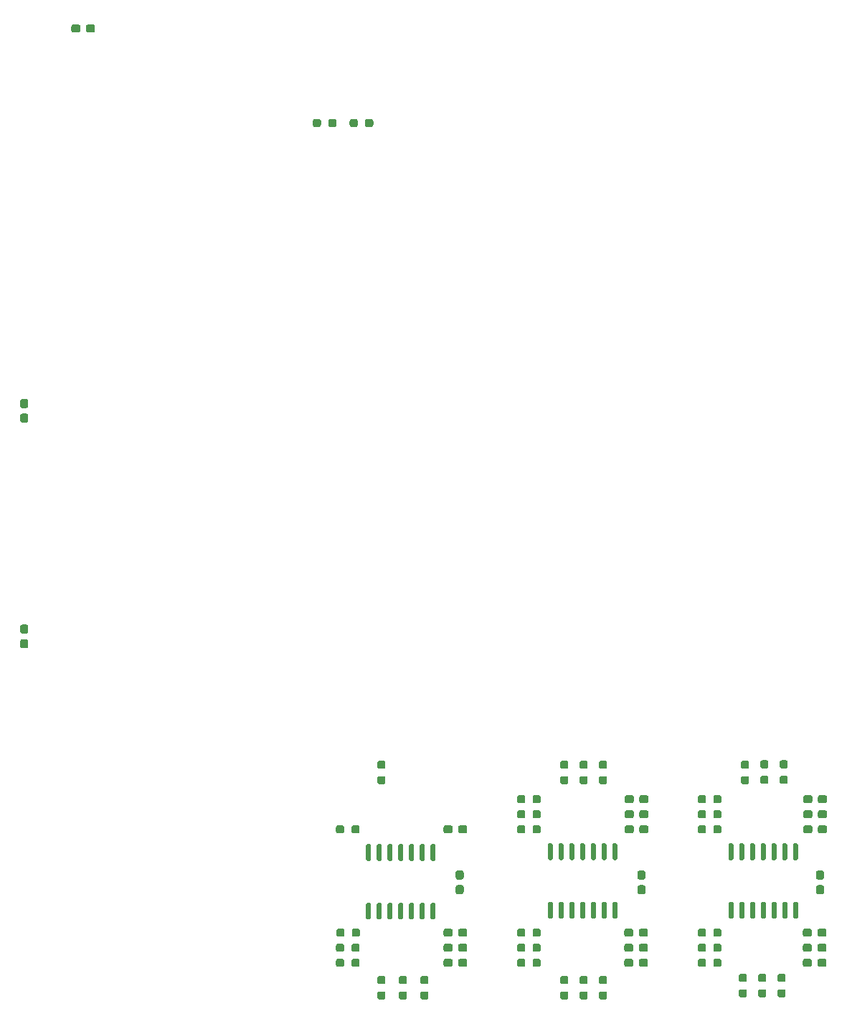
<source format=gbp>
%TF.GenerationSoftware,KiCad,Pcbnew,(5.1.9-0-10_14)*%
%TF.CreationDate,2021-08-05T14:32:20+02:00*%
%TF.ProjectId,MechanicalTheatre,4d656368-616e-4696-9361-6c5468656174,rev?*%
%TF.SameCoordinates,Original*%
%TF.FileFunction,Paste,Bot*%
%TF.FilePolarity,Positive*%
%FSLAX46Y46*%
G04 Gerber Fmt 4.6, Leading zero omitted, Abs format (unit mm)*
G04 Created by KiCad (PCBNEW (5.1.9-0-10_14)) date 2021-08-05 14:32:20*
%MOMM*%
%LPD*%
G01*
G04 APERTURE LIST*
G04 APERTURE END LIST*
%TO.C,U14*%
G36*
G01*
X82982000Y-166231000D02*
X82682000Y-166231000D01*
G75*
G02*
X82532000Y-166081000I0J150000D01*
G01*
X82532000Y-164406000D01*
G75*
G02*
X82682000Y-164256000I150000J0D01*
G01*
X82982000Y-164256000D01*
G75*
G02*
X83132000Y-164406000I0J-150000D01*
G01*
X83132000Y-166081000D01*
G75*
G02*
X82982000Y-166231000I-150000J0D01*
G01*
G37*
G36*
G01*
X81712000Y-166231000D02*
X81412000Y-166231000D01*
G75*
G02*
X81262000Y-166081000I0J150000D01*
G01*
X81262000Y-164406000D01*
G75*
G02*
X81412000Y-164256000I150000J0D01*
G01*
X81712000Y-164256000D01*
G75*
G02*
X81862000Y-164406000I0J-150000D01*
G01*
X81862000Y-166081000D01*
G75*
G02*
X81712000Y-166231000I-150000J0D01*
G01*
G37*
G36*
G01*
X80442000Y-166231000D02*
X80142000Y-166231000D01*
G75*
G02*
X79992000Y-166081000I0J150000D01*
G01*
X79992000Y-164406000D01*
G75*
G02*
X80142000Y-164256000I150000J0D01*
G01*
X80442000Y-164256000D01*
G75*
G02*
X80592000Y-164406000I0J-150000D01*
G01*
X80592000Y-166081000D01*
G75*
G02*
X80442000Y-166231000I-150000J0D01*
G01*
G37*
G36*
G01*
X79172000Y-166231000D02*
X78872000Y-166231000D01*
G75*
G02*
X78722000Y-166081000I0J150000D01*
G01*
X78722000Y-164406000D01*
G75*
G02*
X78872000Y-164256000I150000J0D01*
G01*
X79172000Y-164256000D01*
G75*
G02*
X79322000Y-164406000I0J-150000D01*
G01*
X79322000Y-166081000D01*
G75*
G02*
X79172000Y-166231000I-150000J0D01*
G01*
G37*
G36*
G01*
X77902000Y-166231000D02*
X77602000Y-166231000D01*
G75*
G02*
X77452000Y-166081000I0J150000D01*
G01*
X77452000Y-164406000D01*
G75*
G02*
X77602000Y-164256000I150000J0D01*
G01*
X77902000Y-164256000D01*
G75*
G02*
X78052000Y-164406000I0J-150000D01*
G01*
X78052000Y-166081000D01*
G75*
G02*
X77902000Y-166231000I-150000J0D01*
G01*
G37*
G36*
G01*
X76632000Y-166231000D02*
X76332000Y-166231000D01*
G75*
G02*
X76182000Y-166081000I0J150000D01*
G01*
X76182000Y-164406000D01*
G75*
G02*
X76332000Y-164256000I150000J0D01*
G01*
X76632000Y-164256000D01*
G75*
G02*
X76782000Y-164406000I0J-150000D01*
G01*
X76782000Y-166081000D01*
G75*
G02*
X76632000Y-166231000I-150000J0D01*
G01*
G37*
G36*
G01*
X75362000Y-166231000D02*
X75062000Y-166231000D01*
G75*
G02*
X74912000Y-166081000I0J150000D01*
G01*
X74912000Y-164406000D01*
G75*
G02*
X75062000Y-164256000I150000J0D01*
G01*
X75362000Y-164256000D01*
G75*
G02*
X75512000Y-164406000I0J-150000D01*
G01*
X75512000Y-166081000D01*
G75*
G02*
X75362000Y-166231000I-150000J0D01*
G01*
G37*
G36*
G01*
X75362000Y-173156000D02*
X75062000Y-173156000D01*
G75*
G02*
X74912000Y-173006000I0J150000D01*
G01*
X74912000Y-171331000D01*
G75*
G02*
X75062000Y-171181000I150000J0D01*
G01*
X75362000Y-171181000D01*
G75*
G02*
X75512000Y-171331000I0J-150000D01*
G01*
X75512000Y-173006000D01*
G75*
G02*
X75362000Y-173156000I-150000J0D01*
G01*
G37*
G36*
G01*
X76632000Y-173156000D02*
X76332000Y-173156000D01*
G75*
G02*
X76182000Y-173006000I0J150000D01*
G01*
X76182000Y-171331000D01*
G75*
G02*
X76332000Y-171181000I150000J0D01*
G01*
X76632000Y-171181000D01*
G75*
G02*
X76782000Y-171331000I0J-150000D01*
G01*
X76782000Y-173006000D01*
G75*
G02*
X76632000Y-173156000I-150000J0D01*
G01*
G37*
G36*
G01*
X77902000Y-173156000D02*
X77602000Y-173156000D01*
G75*
G02*
X77452000Y-173006000I0J150000D01*
G01*
X77452000Y-171331000D01*
G75*
G02*
X77602000Y-171181000I150000J0D01*
G01*
X77902000Y-171181000D01*
G75*
G02*
X78052000Y-171331000I0J-150000D01*
G01*
X78052000Y-173006000D01*
G75*
G02*
X77902000Y-173156000I-150000J0D01*
G01*
G37*
G36*
G01*
X79172000Y-173156000D02*
X78872000Y-173156000D01*
G75*
G02*
X78722000Y-173006000I0J150000D01*
G01*
X78722000Y-171331000D01*
G75*
G02*
X78872000Y-171181000I150000J0D01*
G01*
X79172000Y-171181000D01*
G75*
G02*
X79322000Y-171331000I0J-150000D01*
G01*
X79322000Y-173006000D01*
G75*
G02*
X79172000Y-173156000I-150000J0D01*
G01*
G37*
G36*
G01*
X80442000Y-173156000D02*
X80142000Y-173156000D01*
G75*
G02*
X79992000Y-173006000I0J150000D01*
G01*
X79992000Y-171331000D01*
G75*
G02*
X80142000Y-171181000I150000J0D01*
G01*
X80442000Y-171181000D01*
G75*
G02*
X80592000Y-171331000I0J-150000D01*
G01*
X80592000Y-173006000D01*
G75*
G02*
X80442000Y-173156000I-150000J0D01*
G01*
G37*
G36*
G01*
X81712000Y-173156000D02*
X81412000Y-173156000D01*
G75*
G02*
X81262000Y-173006000I0J150000D01*
G01*
X81262000Y-171331000D01*
G75*
G02*
X81412000Y-171181000I150000J0D01*
G01*
X81712000Y-171181000D01*
G75*
G02*
X81862000Y-171331000I0J-150000D01*
G01*
X81862000Y-173006000D01*
G75*
G02*
X81712000Y-173156000I-150000J0D01*
G01*
G37*
G36*
G01*
X82982000Y-173156000D02*
X82682000Y-173156000D01*
G75*
G02*
X82532000Y-173006000I0J150000D01*
G01*
X82532000Y-171331000D01*
G75*
G02*
X82682000Y-171181000I150000J0D01*
G01*
X82982000Y-171181000D01*
G75*
G02*
X83132000Y-171331000I0J-150000D01*
G01*
X83132000Y-173006000D01*
G75*
G02*
X82982000Y-173156000I-150000J0D01*
G01*
G37*
%TD*%
%TO.C,R74*%
G36*
G01*
X72350500Y-162278500D02*
X72350500Y-162753500D01*
G75*
G02*
X72113000Y-162991000I-237500J0D01*
G01*
X71613000Y-162991000D01*
G75*
G02*
X71375500Y-162753500I0J237500D01*
G01*
X71375500Y-162278500D01*
G75*
G02*
X71613000Y-162041000I237500J0D01*
G01*
X72113000Y-162041000D01*
G75*
G02*
X72350500Y-162278500I0J-237500D01*
G01*
G37*
G36*
G01*
X74175500Y-162278500D02*
X74175500Y-162753500D01*
G75*
G02*
X73938000Y-162991000I-237500J0D01*
G01*
X73438000Y-162991000D01*
G75*
G02*
X73200500Y-162753500I0J237500D01*
G01*
X73200500Y-162278500D01*
G75*
G02*
X73438000Y-162041000I237500J0D01*
G01*
X73938000Y-162041000D01*
G75*
G02*
X74175500Y-162278500I0J-237500D01*
G01*
G37*
%TD*%
%TO.C,R73*%
G36*
G01*
X72397500Y-174470500D02*
X72397500Y-174945500D01*
G75*
G02*
X72160000Y-175183000I-237500J0D01*
G01*
X71660000Y-175183000D01*
G75*
G02*
X71422500Y-174945500I0J237500D01*
G01*
X71422500Y-174470500D01*
G75*
G02*
X71660000Y-174233000I237500J0D01*
G01*
X72160000Y-174233000D01*
G75*
G02*
X72397500Y-174470500I0J-237500D01*
G01*
G37*
G36*
G01*
X74222500Y-174470500D02*
X74222500Y-174945500D01*
G75*
G02*
X73985000Y-175183000I-237500J0D01*
G01*
X73485000Y-175183000D01*
G75*
G02*
X73247500Y-174945500I0J237500D01*
G01*
X73247500Y-174470500D01*
G75*
G02*
X73485000Y-174233000I237500J0D01*
G01*
X73985000Y-174233000D01*
G75*
G02*
X74222500Y-174470500I0J-237500D01*
G01*
G37*
%TD*%
%TO.C,R72*%
G36*
G01*
X76973500Y-155383000D02*
X76498500Y-155383000D01*
G75*
G02*
X76261000Y-155145500I0J237500D01*
G01*
X76261000Y-154645500D01*
G75*
G02*
X76498500Y-154408000I237500J0D01*
G01*
X76973500Y-154408000D01*
G75*
G02*
X77211000Y-154645500I0J-237500D01*
G01*
X77211000Y-155145500D01*
G75*
G02*
X76973500Y-155383000I-237500J0D01*
G01*
G37*
G36*
G01*
X76973500Y-157208000D02*
X76498500Y-157208000D01*
G75*
G02*
X76261000Y-156970500I0J237500D01*
G01*
X76261000Y-156470500D01*
G75*
G02*
X76498500Y-156233000I237500J0D01*
G01*
X76973500Y-156233000D01*
G75*
G02*
X77211000Y-156470500I0J-237500D01*
G01*
X77211000Y-156970500D01*
G75*
G02*
X76973500Y-157208000I-237500J0D01*
G01*
G37*
%TD*%
%TO.C,R71*%
G36*
G01*
X76498500Y-181633000D02*
X76973500Y-181633000D01*
G75*
G02*
X77211000Y-181870500I0J-237500D01*
G01*
X77211000Y-182370500D01*
G75*
G02*
X76973500Y-182608000I-237500J0D01*
G01*
X76498500Y-182608000D01*
G75*
G02*
X76261000Y-182370500I0J237500D01*
G01*
X76261000Y-181870500D01*
G75*
G02*
X76498500Y-181633000I237500J0D01*
G01*
G37*
G36*
G01*
X76498500Y-179808000D02*
X76973500Y-179808000D01*
G75*
G02*
X77211000Y-180045500I0J-237500D01*
G01*
X77211000Y-180545500D01*
G75*
G02*
X76973500Y-180783000I-237500J0D01*
G01*
X76498500Y-180783000D01*
G75*
G02*
X76261000Y-180545500I0J237500D01*
G01*
X76261000Y-180045500D01*
G75*
G02*
X76498500Y-179808000I237500J0D01*
G01*
G37*
%TD*%
%TO.C,C34*%
G36*
G01*
X41205500Y-67790500D02*
X41205500Y-68265500D01*
G75*
G02*
X40968000Y-68503000I-237500J0D01*
G01*
X40368000Y-68503000D01*
G75*
G02*
X40130500Y-68265500I0J237500D01*
G01*
X40130500Y-67790500D01*
G75*
G02*
X40368000Y-67553000I237500J0D01*
G01*
X40968000Y-67553000D01*
G75*
G02*
X41205500Y-67790500I0J-237500D01*
G01*
G37*
G36*
G01*
X42930500Y-67790500D02*
X42930500Y-68265500D01*
G75*
G02*
X42693000Y-68503000I-237500J0D01*
G01*
X42093000Y-68503000D01*
G75*
G02*
X41855500Y-68265500I0J237500D01*
G01*
X41855500Y-67790500D01*
G75*
G02*
X42093000Y-67553000I237500J0D01*
G01*
X42693000Y-67553000D01*
G75*
G02*
X42930500Y-67790500I0J-237500D01*
G01*
G37*
%TD*%
%TO.C,C33*%
G36*
G01*
X34334500Y-113465000D02*
X34809500Y-113465000D01*
G75*
G02*
X35047000Y-113702500I0J-237500D01*
G01*
X35047000Y-114302500D01*
G75*
G02*
X34809500Y-114540000I-237500J0D01*
G01*
X34334500Y-114540000D01*
G75*
G02*
X34097000Y-114302500I0J237500D01*
G01*
X34097000Y-113702500D01*
G75*
G02*
X34334500Y-113465000I237500J0D01*
G01*
G37*
G36*
G01*
X34334500Y-111740000D02*
X34809500Y-111740000D01*
G75*
G02*
X35047000Y-111977500I0J-237500D01*
G01*
X35047000Y-112577500D01*
G75*
G02*
X34809500Y-112815000I-237500J0D01*
G01*
X34334500Y-112815000D01*
G75*
G02*
X34097000Y-112577500I0J237500D01*
G01*
X34097000Y-111977500D01*
G75*
G02*
X34334500Y-111740000I237500J0D01*
G01*
G37*
%TD*%
%TO.C,C32*%
G36*
G01*
X34809500Y-139431000D02*
X34334500Y-139431000D01*
G75*
G02*
X34097000Y-139193500I0J237500D01*
G01*
X34097000Y-138593500D01*
G75*
G02*
X34334500Y-138356000I237500J0D01*
G01*
X34809500Y-138356000D01*
G75*
G02*
X35047000Y-138593500I0J-237500D01*
G01*
X35047000Y-139193500D01*
G75*
G02*
X34809500Y-139431000I-237500J0D01*
G01*
G37*
G36*
G01*
X34809500Y-141156000D02*
X34334500Y-141156000D01*
G75*
G02*
X34097000Y-140918500I0J237500D01*
G01*
X34097000Y-140318500D01*
G75*
G02*
X34334500Y-140081000I237500J0D01*
G01*
X34809500Y-140081000D01*
G75*
G02*
X35047000Y-140318500I0J-237500D01*
G01*
X35047000Y-140918500D01*
G75*
G02*
X34809500Y-141156000I-237500J0D01*
G01*
G37*
%TD*%
%TO.C,C22*%
G36*
G01*
X85797500Y-162753500D02*
X85797500Y-162278500D01*
G75*
G02*
X86035000Y-162041000I237500J0D01*
G01*
X86635000Y-162041000D01*
G75*
G02*
X86872500Y-162278500I0J-237500D01*
G01*
X86872500Y-162753500D01*
G75*
G02*
X86635000Y-162991000I-237500J0D01*
G01*
X86035000Y-162991000D01*
G75*
G02*
X85797500Y-162753500I0J237500D01*
G01*
G37*
G36*
G01*
X84072500Y-162753500D02*
X84072500Y-162278500D01*
G75*
G02*
X84310000Y-162041000I237500J0D01*
G01*
X84910000Y-162041000D01*
G75*
G02*
X85147500Y-162278500I0J-237500D01*
G01*
X85147500Y-162753500D01*
G75*
G02*
X84910000Y-162991000I-237500J0D01*
G01*
X84310000Y-162991000D01*
G75*
G02*
X84072500Y-162753500I0J237500D01*
G01*
G37*
%TD*%
%TO.C,C21*%
G36*
G01*
X85797500Y-174945500D02*
X85797500Y-174470500D01*
G75*
G02*
X86035000Y-174233000I237500J0D01*
G01*
X86635000Y-174233000D01*
G75*
G02*
X86872500Y-174470500I0J-237500D01*
G01*
X86872500Y-174945500D01*
G75*
G02*
X86635000Y-175183000I-237500J0D01*
G01*
X86035000Y-175183000D01*
G75*
G02*
X85797500Y-174945500I0J237500D01*
G01*
G37*
G36*
G01*
X84072500Y-174945500D02*
X84072500Y-174470500D01*
G75*
G02*
X84310000Y-174233000I237500J0D01*
G01*
X84910000Y-174233000D01*
G75*
G02*
X85147500Y-174470500I0J-237500D01*
G01*
X85147500Y-174945500D01*
G75*
G02*
X84910000Y-175183000I-237500J0D01*
G01*
X84310000Y-175183000D01*
G75*
G02*
X84072500Y-174945500I0J237500D01*
G01*
G37*
%TD*%
%TO.C,R18*%
G36*
G01*
X115069000Y-176248500D02*
X115069000Y-176723500D01*
G75*
G02*
X114831500Y-176961000I-237500J0D01*
G01*
X114331500Y-176961000D01*
G75*
G02*
X114094000Y-176723500I0J237500D01*
G01*
X114094000Y-176248500D01*
G75*
G02*
X114331500Y-176011000I237500J0D01*
G01*
X114831500Y-176011000D01*
G75*
G02*
X115069000Y-176248500I0J-237500D01*
G01*
G37*
G36*
G01*
X116894000Y-176248500D02*
X116894000Y-176723500D01*
G75*
G02*
X116656500Y-176961000I-237500J0D01*
G01*
X116156500Y-176961000D01*
G75*
G02*
X115919000Y-176723500I0J237500D01*
G01*
X115919000Y-176248500D01*
G75*
G02*
X116156500Y-176011000I237500J0D01*
G01*
X116656500Y-176011000D01*
G75*
G02*
X116894000Y-176248500I0J-237500D01*
G01*
G37*
%TD*%
%TO.C,R19*%
G36*
G01*
X121931500Y-180529000D02*
X121456500Y-180529000D01*
G75*
G02*
X121219000Y-180291500I0J237500D01*
G01*
X121219000Y-179791500D01*
G75*
G02*
X121456500Y-179554000I237500J0D01*
G01*
X121931500Y-179554000D01*
G75*
G02*
X122169000Y-179791500I0J-237500D01*
G01*
X122169000Y-180291500D01*
G75*
G02*
X121931500Y-180529000I-237500J0D01*
G01*
G37*
G36*
G01*
X121931500Y-182354000D02*
X121456500Y-182354000D01*
G75*
G02*
X121219000Y-182116500I0J237500D01*
G01*
X121219000Y-181616500D01*
G75*
G02*
X121456500Y-181379000I237500J0D01*
G01*
X121931500Y-181379000D01*
G75*
G02*
X122169000Y-181616500I0J-237500D01*
G01*
X122169000Y-182116500D01*
G75*
G02*
X121931500Y-182354000I-237500J0D01*
G01*
G37*
%TD*%
%TO.C,U10*%
G36*
G01*
X104456000Y-166141000D02*
X104156000Y-166141000D01*
G75*
G02*
X104006000Y-165991000I0J150000D01*
G01*
X104006000Y-164316000D01*
G75*
G02*
X104156000Y-164166000I150000J0D01*
G01*
X104456000Y-164166000D01*
G75*
G02*
X104606000Y-164316000I0J-150000D01*
G01*
X104606000Y-165991000D01*
G75*
G02*
X104456000Y-166141000I-150000J0D01*
G01*
G37*
G36*
G01*
X103186000Y-166141000D02*
X102886000Y-166141000D01*
G75*
G02*
X102736000Y-165991000I0J150000D01*
G01*
X102736000Y-164316000D01*
G75*
G02*
X102886000Y-164166000I150000J0D01*
G01*
X103186000Y-164166000D01*
G75*
G02*
X103336000Y-164316000I0J-150000D01*
G01*
X103336000Y-165991000D01*
G75*
G02*
X103186000Y-166141000I-150000J0D01*
G01*
G37*
G36*
G01*
X101916000Y-166141000D02*
X101616000Y-166141000D01*
G75*
G02*
X101466000Y-165991000I0J150000D01*
G01*
X101466000Y-164316000D01*
G75*
G02*
X101616000Y-164166000I150000J0D01*
G01*
X101916000Y-164166000D01*
G75*
G02*
X102066000Y-164316000I0J-150000D01*
G01*
X102066000Y-165991000D01*
G75*
G02*
X101916000Y-166141000I-150000J0D01*
G01*
G37*
G36*
G01*
X100646000Y-166141000D02*
X100346000Y-166141000D01*
G75*
G02*
X100196000Y-165991000I0J150000D01*
G01*
X100196000Y-164316000D01*
G75*
G02*
X100346000Y-164166000I150000J0D01*
G01*
X100646000Y-164166000D01*
G75*
G02*
X100796000Y-164316000I0J-150000D01*
G01*
X100796000Y-165991000D01*
G75*
G02*
X100646000Y-166141000I-150000J0D01*
G01*
G37*
G36*
G01*
X99376000Y-166141000D02*
X99076000Y-166141000D01*
G75*
G02*
X98926000Y-165991000I0J150000D01*
G01*
X98926000Y-164316000D01*
G75*
G02*
X99076000Y-164166000I150000J0D01*
G01*
X99376000Y-164166000D01*
G75*
G02*
X99526000Y-164316000I0J-150000D01*
G01*
X99526000Y-165991000D01*
G75*
G02*
X99376000Y-166141000I-150000J0D01*
G01*
G37*
G36*
G01*
X98106000Y-166141000D02*
X97806000Y-166141000D01*
G75*
G02*
X97656000Y-165991000I0J150000D01*
G01*
X97656000Y-164316000D01*
G75*
G02*
X97806000Y-164166000I150000J0D01*
G01*
X98106000Y-164166000D01*
G75*
G02*
X98256000Y-164316000I0J-150000D01*
G01*
X98256000Y-165991000D01*
G75*
G02*
X98106000Y-166141000I-150000J0D01*
G01*
G37*
G36*
G01*
X96836000Y-166141000D02*
X96536000Y-166141000D01*
G75*
G02*
X96386000Y-165991000I0J150000D01*
G01*
X96386000Y-164316000D01*
G75*
G02*
X96536000Y-164166000I150000J0D01*
G01*
X96836000Y-164166000D01*
G75*
G02*
X96986000Y-164316000I0J-150000D01*
G01*
X96986000Y-165991000D01*
G75*
G02*
X96836000Y-166141000I-150000J0D01*
G01*
G37*
G36*
G01*
X96836000Y-173066000D02*
X96536000Y-173066000D01*
G75*
G02*
X96386000Y-172916000I0J150000D01*
G01*
X96386000Y-171241000D01*
G75*
G02*
X96536000Y-171091000I150000J0D01*
G01*
X96836000Y-171091000D01*
G75*
G02*
X96986000Y-171241000I0J-150000D01*
G01*
X96986000Y-172916000D01*
G75*
G02*
X96836000Y-173066000I-150000J0D01*
G01*
G37*
G36*
G01*
X98106000Y-173066000D02*
X97806000Y-173066000D01*
G75*
G02*
X97656000Y-172916000I0J150000D01*
G01*
X97656000Y-171241000D01*
G75*
G02*
X97806000Y-171091000I150000J0D01*
G01*
X98106000Y-171091000D01*
G75*
G02*
X98256000Y-171241000I0J-150000D01*
G01*
X98256000Y-172916000D01*
G75*
G02*
X98106000Y-173066000I-150000J0D01*
G01*
G37*
G36*
G01*
X99376000Y-173066000D02*
X99076000Y-173066000D01*
G75*
G02*
X98926000Y-172916000I0J150000D01*
G01*
X98926000Y-171241000D01*
G75*
G02*
X99076000Y-171091000I150000J0D01*
G01*
X99376000Y-171091000D01*
G75*
G02*
X99526000Y-171241000I0J-150000D01*
G01*
X99526000Y-172916000D01*
G75*
G02*
X99376000Y-173066000I-150000J0D01*
G01*
G37*
G36*
G01*
X100646000Y-173066000D02*
X100346000Y-173066000D01*
G75*
G02*
X100196000Y-172916000I0J150000D01*
G01*
X100196000Y-171241000D01*
G75*
G02*
X100346000Y-171091000I150000J0D01*
G01*
X100646000Y-171091000D01*
G75*
G02*
X100796000Y-171241000I0J-150000D01*
G01*
X100796000Y-172916000D01*
G75*
G02*
X100646000Y-173066000I-150000J0D01*
G01*
G37*
G36*
G01*
X101916000Y-173066000D02*
X101616000Y-173066000D01*
G75*
G02*
X101466000Y-172916000I0J150000D01*
G01*
X101466000Y-171241000D01*
G75*
G02*
X101616000Y-171091000I150000J0D01*
G01*
X101916000Y-171091000D01*
G75*
G02*
X102066000Y-171241000I0J-150000D01*
G01*
X102066000Y-172916000D01*
G75*
G02*
X101916000Y-173066000I-150000J0D01*
G01*
G37*
G36*
G01*
X103186000Y-173066000D02*
X102886000Y-173066000D01*
G75*
G02*
X102736000Y-172916000I0J150000D01*
G01*
X102736000Y-171241000D01*
G75*
G02*
X102886000Y-171091000I150000J0D01*
G01*
X103186000Y-171091000D01*
G75*
G02*
X103336000Y-171241000I0J-150000D01*
G01*
X103336000Y-172916000D01*
G75*
G02*
X103186000Y-173066000I-150000J0D01*
G01*
G37*
G36*
G01*
X104456000Y-173066000D02*
X104156000Y-173066000D01*
G75*
G02*
X104006000Y-172916000I0J150000D01*
G01*
X104006000Y-171241000D01*
G75*
G02*
X104156000Y-171091000I150000J0D01*
G01*
X104456000Y-171091000D01*
G75*
G02*
X104606000Y-171241000I0J-150000D01*
G01*
X104606000Y-172916000D01*
G75*
G02*
X104456000Y-173066000I-150000J0D01*
G01*
G37*
%TD*%
%TO.C,U6*%
G36*
G01*
X125781000Y-166141000D02*
X125481000Y-166141000D01*
G75*
G02*
X125331000Y-165991000I0J150000D01*
G01*
X125331000Y-164316000D01*
G75*
G02*
X125481000Y-164166000I150000J0D01*
G01*
X125781000Y-164166000D01*
G75*
G02*
X125931000Y-164316000I0J-150000D01*
G01*
X125931000Y-165991000D01*
G75*
G02*
X125781000Y-166141000I-150000J0D01*
G01*
G37*
G36*
G01*
X124511000Y-166141000D02*
X124211000Y-166141000D01*
G75*
G02*
X124061000Y-165991000I0J150000D01*
G01*
X124061000Y-164316000D01*
G75*
G02*
X124211000Y-164166000I150000J0D01*
G01*
X124511000Y-164166000D01*
G75*
G02*
X124661000Y-164316000I0J-150000D01*
G01*
X124661000Y-165991000D01*
G75*
G02*
X124511000Y-166141000I-150000J0D01*
G01*
G37*
G36*
G01*
X123241000Y-166141000D02*
X122941000Y-166141000D01*
G75*
G02*
X122791000Y-165991000I0J150000D01*
G01*
X122791000Y-164316000D01*
G75*
G02*
X122941000Y-164166000I150000J0D01*
G01*
X123241000Y-164166000D01*
G75*
G02*
X123391000Y-164316000I0J-150000D01*
G01*
X123391000Y-165991000D01*
G75*
G02*
X123241000Y-166141000I-150000J0D01*
G01*
G37*
G36*
G01*
X121971000Y-166141000D02*
X121671000Y-166141000D01*
G75*
G02*
X121521000Y-165991000I0J150000D01*
G01*
X121521000Y-164316000D01*
G75*
G02*
X121671000Y-164166000I150000J0D01*
G01*
X121971000Y-164166000D01*
G75*
G02*
X122121000Y-164316000I0J-150000D01*
G01*
X122121000Y-165991000D01*
G75*
G02*
X121971000Y-166141000I-150000J0D01*
G01*
G37*
G36*
G01*
X120701000Y-166141000D02*
X120401000Y-166141000D01*
G75*
G02*
X120251000Y-165991000I0J150000D01*
G01*
X120251000Y-164316000D01*
G75*
G02*
X120401000Y-164166000I150000J0D01*
G01*
X120701000Y-164166000D01*
G75*
G02*
X120851000Y-164316000I0J-150000D01*
G01*
X120851000Y-165991000D01*
G75*
G02*
X120701000Y-166141000I-150000J0D01*
G01*
G37*
G36*
G01*
X119431000Y-166141000D02*
X119131000Y-166141000D01*
G75*
G02*
X118981000Y-165991000I0J150000D01*
G01*
X118981000Y-164316000D01*
G75*
G02*
X119131000Y-164166000I150000J0D01*
G01*
X119431000Y-164166000D01*
G75*
G02*
X119581000Y-164316000I0J-150000D01*
G01*
X119581000Y-165991000D01*
G75*
G02*
X119431000Y-166141000I-150000J0D01*
G01*
G37*
G36*
G01*
X118161000Y-166141000D02*
X117861000Y-166141000D01*
G75*
G02*
X117711000Y-165991000I0J150000D01*
G01*
X117711000Y-164316000D01*
G75*
G02*
X117861000Y-164166000I150000J0D01*
G01*
X118161000Y-164166000D01*
G75*
G02*
X118311000Y-164316000I0J-150000D01*
G01*
X118311000Y-165991000D01*
G75*
G02*
X118161000Y-166141000I-150000J0D01*
G01*
G37*
G36*
G01*
X118161000Y-173066000D02*
X117861000Y-173066000D01*
G75*
G02*
X117711000Y-172916000I0J150000D01*
G01*
X117711000Y-171241000D01*
G75*
G02*
X117861000Y-171091000I150000J0D01*
G01*
X118161000Y-171091000D01*
G75*
G02*
X118311000Y-171241000I0J-150000D01*
G01*
X118311000Y-172916000D01*
G75*
G02*
X118161000Y-173066000I-150000J0D01*
G01*
G37*
G36*
G01*
X119431000Y-173066000D02*
X119131000Y-173066000D01*
G75*
G02*
X118981000Y-172916000I0J150000D01*
G01*
X118981000Y-171241000D01*
G75*
G02*
X119131000Y-171091000I150000J0D01*
G01*
X119431000Y-171091000D01*
G75*
G02*
X119581000Y-171241000I0J-150000D01*
G01*
X119581000Y-172916000D01*
G75*
G02*
X119431000Y-173066000I-150000J0D01*
G01*
G37*
G36*
G01*
X120701000Y-173066000D02*
X120401000Y-173066000D01*
G75*
G02*
X120251000Y-172916000I0J150000D01*
G01*
X120251000Y-171241000D01*
G75*
G02*
X120401000Y-171091000I150000J0D01*
G01*
X120701000Y-171091000D01*
G75*
G02*
X120851000Y-171241000I0J-150000D01*
G01*
X120851000Y-172916000D01*
G75*
G02*
X120701000Y-173066000I-150000J0D01*
G01*
G37*
G36*
G01*
X121971000Y-173066000D02*
X121671000Y-173066000D01*
G75*
G02*
X121521000Y-172916000I0J150000D01*
G01*
X121521000Y-171241000D01*
G75*
G02*
X121671000Y-171091000I150000J0D01*
G01*
X121971000Y-171091000D01*
G75*
G02*
X122121000Y-171241000I0J-150000D01*
G01*
X122121000Y-172916000D01*
G75*
G02*
X121971000Y-173066000I-150000J0D01*
G01*
G37*
G36*
G01*
X123241000Y-173066000D02*
X122941000Y-173066000D01*
G75*
G02*
X122791000Y-172916000I0J150000D01*
G01*
X122791000Y-171241000D01*
G75*
G02*
X122941000Y-171091000I150000J0D01*
G01*
X123241000Y-171091000D01*
G75*
G02*
X123391000Y-171241000I0J-150000D01*
G01*
X123391000Y-172916000D01*
G75*
G02*
X123241000Y-173066000I-150000J0D01*
G01*
G37*
G36*
G01*
X124511000Y-173066000D02*
X124211000Y-173066000D01*
G75*
G02*
X124061000Y-172916000I0J150000D01*
G01*
X124061000Y-171241000D01*
G75*
G02*
X124211000Y-171091000I150000J0D01*
G01*
X124511000Y-171091000D01*
G75*
G02*
X124661000Y-171241000I0J-150000D01*
G01*
X124661000Y-172916000D01*
G75*
G02*
X124511000Y-173066000I-150000J0D01*
G01*
G37*
G36*
G01*
X125781000Y-173066000D02*
X125481000Y-173066000D01*
G75*
G02*
X125331000Y-172916000I0J150000D01*
G01*
X125331000Y-171241000D01*
G75*
G02*
X125481000Y-171091000I150000J0D01*
G01*
X125781000Y-171091000D01*
G75*
G02*
X125931000Y-171241000I0J-150000D01*
G01*
X125931000Y-172916000D01*
G75*
G02*
X125781000Y-173066000I-150000J0D01*
G01*
G37*
%TD*%
%TO.C,R67*%
G36*
G01*
X79513500Y-180783000D02*
X79038500Y-180783000D01*
G75*
G02*
X78801000Y-180545500I0J237500D01*
G01*
X78801000Y-180045500D01*
G75*
G02*
X79038500Y-179808000I237500J0D01*
G01*
X79513500Y-179808000D01*
G75*
G02*
X79751000Y-180045500I0J-237500D01*
G01*
X79751000Y-180545500D01*
G75*
G02*
X79513500Y-180783000I-237500J0D01*
G01*
G37*
G36*
G01*
X79513500Y-182608000D02*
X79038500Y-182608000D01*
G75*
G02*
X78801000Y-182370500I0J237500D01*
G01*
X78801000Y-181870500D01*
G75*
G02*
X79038500Y-181633000I237500J0D01*
G01*
X79513500Y-181633000D01*
G75*
G02*
X79751000Y-181870500I0J-237500D01*
G01*
X79751000Y-182370500D01*
G75*
G02*
X79513500Y-182608000I-237500J0D01*
G01*
G37*
%TD*%
%TO.C,R66*%
G36*
G01*
X72350500Y-176248500D02*
X72350500Y-176723500D01*
G75*
G02*
X72113000Y-176961000I-237500J0D01*
G01*
X71613000Y-176961000D01*
G75*
G02*
X71375500Y-176723500I0J237500D01*
G01*
X71375500Y-176248500D01*
G75*
G02*
X71613000Y-176011000I237500J0D01*
G01*
X72113000Y-176011000D01*
G75*
G02*
X72350500Y-176248500I0J-237500D01*
G01*
G37*
G36*
G01*
X74175500Y-176248500D02*
X74175500Y-176723500D01*
G75*
G02*
X73938000Y-176961000I-237500J0D01*
G01*
X73438000Y-176961000D01*
G75*
G02*
X73200500Y-176723500I0J237500D01*
G01*
X73200500Y-176248500D01*
G75*
G02*
X73438000Y-176011000I237500J0D01*
G01*
X73938000Y-176011000D01*
G75*
G02*
X74175500Y-176248500I0J-237500D01*
G01*
G37*
%TD*%
%TO.C,R63*%
G36*
G01*
X82053500Y-180783000D02*
X81578500Y-180783000D01*
G75*
G02*
X81341000Y-180545500I0J237500D01*
G01*
X81341000Y-180045500D01*
G75*
G02*
X81578500Y-179808000I237500J0D01*
G01*
X82053500Y-179808000D01*
G75*
G02*
X82291000Y-180045500I0J-237500D01*
G01*
X82291000Y-180545500D01*
G75*
G02*
X82053500Y-180783000I-237500J0D01*
G01*
G37*
G36*
G01*
X82053500Y-182608000D02*
X81578500Y-182608000D01*
G75*
G02*
X81341000Y-182370500I0J237500D01*
G01*
X81341000Y-181870500D01*
G75*
G02*
X81578500Y-181633000I237500J0D01*
G01*
X82053500Y-181633000D01*
G75*
G02*
X82291000Y-181870500I0J-237500D01*
G01*
X82291000Y-182370500D01*
G75*
G02*
X82053500Y-182608000I-237500J0D01*
G01*
G37*
%TD*%
%TO.C,R62*%
G36*
G01*
X72350500Y-178026500D02*
X72350500Y-178501500D01*
G75*
G02*
X72113000Y-178739000I-237500J0D01*
G01*
X71613000Y-178739000D01*
G75*
G02*
X71375500Y-178501500I0J237500D01*
G01*
X71375500Y-178026500D01*
G75*
G02*
X71613000Y-177789000I237500J0D01*
G01*
X72113000Y-177789000D01*
G75*
G02*
X72350500Y-178026500I0J-237500D01*
G01*
G37*
G36*
G01*
X74175500Y-178026500D02*
X74175500Y-178501500D01*
G75*
G02*
X73938000Y-178739000I-237500J0D01*
G01*
X73438000Y-178739000D01*
G75*
G02*
X73200500Y-178501500I0J237500D01*
G01*
X73200500Y-178026500D01*
G75*
G02*
X73438000Y-177789000I237500J0D01*
G01*
X73938000Y-177789000D01*
G75*
G02*
X74175500Y-178026500I0J-237500D01*
G01*
G37*
%TD*%
%TO.C,R59*%
G36*
G01*
X102660500Y-156233000D02*
X103135500Y-156233000D01*
G75*
G02*
X103373000Y-156470500I0J-237500D01*
G01*
X103373000Y-156970500D01*
G75*
G02*
X103135500Y-157208000I-237500J0D01*
G01*
X102660500Y-157208000D01*
G75*
G02*
X102423000Y-156970500I0J237500D01*
G01*
X102423000Y-156470500D01*
G75*
G02*
X102660500Y-156233000I237500J0D01*
G01*
G37*
G36*
G01*
X102660500Y-154408000D02*
X103135500Y-154408000D01*
G75*
G02*
X103373000Y-154645500I0J-237500D01*
G01*
X103373000Y-155145500D01*
G75*
G02*
X103135500Y-155383000I-237500J0D01*
G01*
X102660500Y-155383000D01*
G75*
G02*
X102423000Y-155145500I0J237500D01*
G01*
X102423000Y-154645500D01*
G75*
G02*
X102660500Y-154408000I237500J0D01*
G01*
G37*
%TD*%
%TO.C,R58*%
G36*
G01*
X93733500Y-162278500D02*
X93733500Y-162753500D01*
G75*
G02*
X93496000Y-162991000I-237500J0D01*
G01*
X92996000Y-162991000D01*
G75*
G02*
X92758500Y-162753500I0J237500D01*
G01*
X92758500Y-162278500D01*
G75*
G02*
X92996000Y-162041000I237500J0D01*
G01*
X93496000Y-162041000D01*
G75*
G02*
X93733500Y-162278500I0J-237500D01*
G01*
G37*
G36*
G01*
X95558500Y-162278500D02*
X95558500Y-162753500D01*
G75*
G02*
X95321000Y-162991000I-237500J0D01*
G01*
X94821000Y-162991000D01*
G75*
G02*
X94583500Y-162753500I0J237500D01*
G01*
X94583500Y-162278500D01*
G75*
G02*
X94821000Y-162041000I237500J0D01*
G01*
X95321000Y-162041000D01*
G75*
G02*
X95558500Y-162278500I0J-237500D01*
G01*
G37*
%TD*%
%TO.C,R55*%
G36*
G01*
X100374500Y-156233000D02*
X100849500Y-156233000D01*
G75*
G02*
X101087000Y-156470500I0J-237500D01*
G01*
X101087000Y-156970500D01*
G75*
G02*
X100849500Y-157208000I-237500J0D01*
G01*
X100374500Y-157208000D01*
G75*
G02*
X100137000Y-156970500I0J237500D01*
G01*
X100137000Y-156470500D01*
G75*
G02*
X100374500Y-156233000I237500J0D01*
G01*
G37*
G36*
G01*
X100374500Y-154408000D02*
X100849500Y-154408000D01*
G75*
G02*
X101087000Y-154645500I0J-237500D01*
G01*
X101087000Y-155145500D01*
G75*
G02*
X100849500Y-155383000I-237500J0D01*
G01*
X100374500Y-155383000D01*
G75*
G02*
X100137000Y-155145500I0J237500D01*
G01*
X100137000Y-154645500D01*
G75*
G02*
X100374500Y-154408000I237500J0D01*
G01*
G37*
%TD*%
%TO.C,R54*%
G36*
G01*
X93733500Y-160500500D02*
X93733500Y-160975500D01*
G75*
G02*
X93496000Y-161213000I-237500J0D01*
G01*
X92996000Y-161213000D01*
G75*
G02*
X92758500Y-160975500I0J237500D01*
G01*
X92758500Y-160500500D01*
G75*
G02*
X92996000Y-160263000I237500J0D01*
G01*
X93496000Y-160263000D01*
G75*
G02*
X93733500Y-160500500I0J-237500D01*
G01*
G37*
G36*
G01*
X95558500Y-160500500D02*
X95558500Y-160975500D01*
G75*
G02*
X95321000Y-161213000I-237500J0D01*
G01*
X94821000Y-161213000D01*
G75*
G02*
X94583500Y-160975500I0J237500D01*
G01*
X94583500Y-160500500D01*
G75*
G02*
X94821000Y-160263000I237500J0D01*
G01*
X95321000Y-160263000D01*
G75*
G02*
X95558500Y-160500500I0J-237500D01*
G01*
G37*
%TD*%
%TO.C,R51*%
G36*
G01*
X103135500Y-180783000D02*
X102660500Y-180783000D01*
G75*
G02*
X102423000Y-180545500I0J237500D01*
G01*
X102423000Y-180045500D01*
G75*
G02*
X102660500Y-179808000I237500J0D01*
G01*
X103135500Y-179808000D01*
G75*
G02*
X103373000Y-180045500I0J-237500D01*
G01*
X103373000Y-180545500D01*
G75*
G02*
X103135500Y-180783000I-237500J0D01*
G01*
G37*
G36*
G01*
X103135500Y-182608000D02*
X102660500Y-182608000D01*
G75*
G02*
X102423000Y-182370500I0J237500D01*
G01*
X102423000Y-181870500D01*
G75*
G02*
X102660500Y-181633000I237500J0D01*
G01*
X103135500Y-181633000D01*
G75*
G02*
X103373000Y-181870500I0J-237500D01*
G01*
X103373000Y-182370500D01*
G75*
G02*
X103135500Y-182608000I-237500J0D01*
G01*
G37*
%TD*%
%TO.C,R50*%
G36*
G01*
X93733500Y-176248500D02*
X93733500Y-176723500D01*
G75*
G02*
X93496000Y-176961000I-237500J0D01*
G01*
X92996000Y-176961000D01*
G75*
G02*
X92758500Y-176723500I0J237500D01*
G01*
X92758500Y-176248500D01*
G75*
G02*
X92996000Y-176011000I237500J0D01*
G01*
X93496000Y-176011000D01*
G75*
G02*
X93733500Y-176248500I0J-237500D01*
G01*
G37*
G36*
G01*
X95558500Y-176248500D02*
X95558500Y-176723500D01*
G75*
G02*
X95321000Y-176961000I-237500J0D01*
G01*
X94821000Y-176961000D01*
G75*
G02*
X94583500Y-176723500I0J237500D01*
G01*
X94583500Y-176248500D01*
G75*
G02*
X94821000Y-176011000I237500J0D01*
G01*
X95321000Y-176011000D01*
G75*
G02*
X95558500Y-176248500I0J-237500D01*
G01*
G37*
%TD*%
%TO.C,R47*%
G36*
G01*
X98563500Y-180783000D02*
X98088500Y-180783000D01*
G75*
G02*
X97851000Y-180545500I0J237500D01*
G01*
X97851000Y-180045500D01*
G75*
G02*
X98088500Y-179808000I237500J0D01*
G01*
X98563500Y-179808000D01*
G75*
G02*
X98801000Y-180045500I0J-237500D01*
G01*
X98801000Y-180545500D01*
G75*
G02*
X98563500Y-180783000I-237500J0D01*
G01*
G37*
G36*
G01*
X98563500Y-182608000D02*
X98088500Y-182608000D01*
G75*
G02*
X97851000Y-182370500I0J237500D01*
G01*
X97851000Y-181870500D01*
G75*
G02*
X98088500Y-181633000I237500J0D01*
G01*
X98563500Y-181633000D01*
G75*
G02*
X98801000Y-181870500I0J-237500D01*
G01*
X98801000Y-182370500D01*
G75*
G02*
X98563500Y-182608000I-237500J0D01*
G01*
G37*
%TD*%
%TO.C,R46*%
G36*
G01*
X93733500Y-174470500D02*
X93733500Y-174945500D01*
G75*
G02*
X93496000Y-175183000I-237500J0D01*
G01*
X92996000Y-175183000D01*
G75*
G02*
X92758500Y-174945500I0J237500D01*
G01*
X92758500Y-174470500D01*
G75*
G02*
X92996000Y-174233000I237500J0D01*
G01*
X93496000Y-174233000D01*
G75*
G02*
X93733500Y-174470500I0J-237500D01*
G01*
G37*
G36*
G01*
X95558500Y-174470500D02*
X95558500Y-174945500D01*
G75*
G02*
X95321000Y-175183000I-237500J0D01*
G01*
X94821000Y-175183000D01*
G75*
G02*
X94583500Y-174945500I0J237500D01*
G01*
X94583500Y-174470500D01*
G75*
G02*
X94821000Y-174233000I237500J0D01*
G01*
X95321000Y-174233000D01*
G75*
G02*
X95558500Y-174470500I0J-237500D01*
G01*
G37*
%TD*%
%TO.C,R43*%
G36*
G01*
X98088500Y-156233000D02*
X98563500Y-156233000D01*
G75*
G02*
X98801000Y-156470500I0J-237500D01*
G01*
X98801000Y-156970500D01*
G75*
G02*
X98563500Y-157208000I-237500J0D01*
G01*
X98088500Y-157208000D01*
G75*
G02*
X97851000Y-156970500I0J237500D01*
G01*
X97851000Y-156470500D01*
G75*
G02*
X98088500Y-156233000I237500J0D01*
G01*
G37*
G36*
G01*
X98088500Y-154408000D02*
X98563500Y-154408000D01*
G75*
G02*
X98801000Y-154645500I0J-237500D01*
G01*
X98801000Y-155145500D01*
G75*
G02*
X98563500Y-155383000I-237500J0D01*
G01*
X98088500Y-155383000D01*
G75*
G02*
X97851000Y-155145500I0J237500D01*
G01*
X97851000Y-154645500D01*
G75*
G02*
X98088500Y-154408000I237500J0D01*
G01*
G37*
%TD*%
%TO.C,R42*%
G36*
G01*
X93733500Y-158722500D02*
X93733500Y-159197500D01*
G75*
G02*
X93496000Y-159435000I-237500J0D01*
G01*
X92996000Y-159435000D01*
G75*
G02*
X92758500Y-159197500I0J237500D01*
G01*
X92758500Y-158722500D01*
G75*
G02*
X92996000Y-158485000I237500J0D01*
G01*
X93496000Y-158485000D01*
G75*
G02*
X93733500Y-158722500I0J-237500D01*
G01*
G37*
G36*
G01*
X95558500Y-158722500D02*
X95558500Y-159197500D01*
G75*
G02*
X95321000Y-159435000I-237500J0D01*
G01*
X94821000Y-159435000D01*
G75*
G02*
X94583500Y-159197500I0J237500D01*
G01*
X94583500Y-158722500D01*
G75*
G02*
X94821000Y-158485000I237500J0D01*
G01*
X95321000Y-158485000D01*
G75*
G02*
X95558500Y-158722500I0J-237500D01*
G01*
G37*
%TD*%
%TO.C,R39*%
G36*
G01*
X100849500Y-180783000D02*
X100374500Y-180783000D01*
G75*
G02*
X100137000Y-180545500I0J237500D01*
G01*
X100137000Y-180045500D01*
G75*
G02*
X100374500Y-179808000I237500J0D01*
G01*
X100849500Y-179808000D01*
G75*
G02*
X101087000Y-180045500I0J-237500D01*
G01*
X101087000Y-180545500D01*
G75*
G02*
X100849500Y-180783000I-237500J0D01*
G01*
G37*
G36*
G01*
X100849500Y-182608000D02*
X100374500Y-182608000D01*
G75*
G02*
X100137000Y-182370500I0J237500D01*
G01*
X100137000Y-181870500D01*
G75*
G02*
X100374500Y-181633000I237500J0D01*
G01*
X100849500Y-181633000D01*
G75*
G02*
X101087000Y-181870500I0J-237500D01*
G01*
X101087000Y-182370500D01*
G75*
G02*
X100849500Y-182608000I-237500J0D01*
G01*
G37*
%TD*%
%TO.C,R38*%
G36*
G01*
X93733500Y-178026500D02*
X93733500Y-178501500D01*
G75*
G02*
X93496000Y-178739000I-237500J0D01*
G01*
X92996000Y-178739000D01*
G75*
G02*
X92758500Y-178501500I0J237500D01*
G01*
X92758500Y-178026500D01*
G75*
G02*
X92996000Y-177789000I237500J0D01*
G01*
X93496000Y-177789000D01*
G75*
G02*
X93733500Y-178026500I0J-237500D01*
G01*
G37*
G36*
G01*
X95558500Y-178026500D02*
X95558500Y-178501500D01*
G75*
G02*
X95321000Y-178739000I-237500J0D01*
G01*
X94821000Y-178739000D01*
G75*
G02*
X94583500Y-178501500I0J237500D01*
G01*
X94583500Y-178026500D01*
G75*
G02*
X94821000Y-177789000I237500J0D01*
G01*
X95321000Y-177789000D01*
G75*
G02*
X95558500Y-178026500I0J-237500D01*
G01*
G37*
%TD*%
%TO.C,R35*%
G36*
G01*
X123996500Y-156187000D02*
X124471500Y-156187000D01*
G75*
G02*
X124709000Y-156424500I0J-237500D01*
G01*
X124709000Y-156924500D01*
G75*
G02*
X124471500Y-157162000I-237500J0D01*
G01*
X123996500Y-157162000D01*
G75*
G02*
X123759000Y-156924500I0J237500D01*
G01*
X123759000Y-156424500D01*
G75*
G02*
X123996500Y-156187000I237500J0D01*
G01*
G37*
G36*
G01*
X123996500Y-154362000D02*
X124471500Y-154362000D01*
G75*
G02*
X124709000Y-154599500I0J-237500D01*
G01*
X124709000Y-155099500D01*
G75*
G02*
X124471500Y-155337000I-237500J0D01*
G01*
X123996500Y-155337000D01*
G75*
G02*
X123759000Y-155099500I0J237500D01*
G01*
X123759000Y-154599500D01*
G75*
G02*
X123996500Y-154362000I237500J0D01*
G01*
G37*
%TD*%
%TO.C,R34*%
G36*
G01*
X115069000Y-162278500D02*
X115069000Y-162753500D01*
G75*
G02*
X114831500Y-162991000I-237500J0D01*
G01*
X114331500Y-162991000D01*
G75*
G02*
X114094000Y-162753500I0J237500D01*
G01*
X114094000Y-162278500D01*
G75*
G02*
X114331500Y-162041000I237500J0D01*
G01*
X114831500Y-162041000D01*
G75*
G02*
X115069000Y-162278500I0J-237500D01*
G01*
G37*
G36*
G01*
X116894000Y-162278500D02*
X116894000Y-162753500D01*
G75*
G02*
X116656500Y-162991000I-237500J0D01*
G01*
X116156500Y-162991000D01*
G75*
G02*
X115919000Y-162753500I0J237500D01*
G01*
X115919000Y-162278500D01*
G75*
G02*
X116156500Y-162041000I237500J0D01*
G01*
X116656500Y-162041000D01*
G75*
G02*
X116894000Y-162278500I0J-237500D01*
G01*
G37*
%TD*%
%TO.C,R31*%
G36*
G01*
X121710500Y-156187000D02*
X122185500Y-156187000D01*
G75*
G02*
X122423000Y-156424500I0J-237500D01*
G01*
X122423000Y-156924500D01*
G75*
G02*
X122185500Y-157162000I-237500J0D01*
G01*
X121710500Y-157162000D01*
G75*
G02*
X121473000Y-156924500I0J237500D01*
G01*
X121473000Y-156424500D01*
G75*
G02*
X121710500Y-156187000I237500J0D01*
G01*
G37*
G36*
G01*
X121710500Y-154362000D02*
X122185500Y-154362000D01*
G75*
G02*
X122423000Y-154599500I0J-237500D01*
G01*
X122423000Y-155099500D01*
G75*
G02*
X122185500Y-155337000I-237500J0D01*
G01*
X121710500Y-155337000D01*
G75*
G02*
X121473000Y-155099500I0J237500D01*
G01*
X121473000Y-154599500D01*
G75*
G02*
X121710500Y-154362000I237500J0D01*
G01*
G37*
%TD*%
%TO.C,R30*%
G36*
G01*
X115069000Y-160500500D02*
X115069000Y-160975500D01*
G75*
G02*
X114831500Y-161213000I-237500J0D01*
G01*
X114331500Y-161213000D01*
G75*
G02*
X114094000Y-160975500I0J237500D01*
G01*
X114094000Y-160500500D01*
G75*
G02*
X114331500Y-160263000I237500J0D01*
G01*
X114831500Y-160263000D01*
G75*
G02*
X115069000Y-160500500I0J-237500D01*
G01*
G37*
G36*
G01*
X116894000Y-160500500D02*
X116894000Y-160975500D01*
G75*
G02*
X116656500Y-161213000I-237500J0D01*
G01*
X116156500Y-161213000D01*
G75*
G02*
X115919000Y-160975500I0J237500D01*
G01*
X115919000Y-160500500D01*
G75*
G02*
X116156500Y-160263000I237500J0D01*
G01*
X116656500Y-160263000D01*
G75*
G02*
X116894000Y-160500500I0J-237500D01*
G01*
G37*
%TD*%
%TO.C,R27*%
G36*
G01*
X119424500Y-156233000D02*
X119899500Y-156233000D01*
G75*
G02*
X120137000Y-156470500I0J-237500D01*
G01*
X120137000Y-156970500D01*
G75*
G02*
X119899500Y-157208000I-237500J0D01*
G01*
X119424500Y-157208000D01*
G75*
G02*
X119187000Y-156970500I0J237500D01*
G01*
X119187000Y-156470500D01*
G75*
G02*
X119424500Y-156233000I237500J0D01*
G01*
G37*
G36*
G01*
X119424500Y-154408000D02*
X119899500Y-154408000D01*
G75*
G02*
X120137000Y-154645500I0J-237500D01*
G01*
X120137000Y-155145500D01*
G75*
G02*
X119899500Y-155383000I-237500J0D01*
G01*
X119424500Y-155383000D01*
G75*
G02*
X119187000Y-155145500I0J237500D01*
G01*
X119187000Y-154645500D01*
G75*
G02*
X119424500Y-154408000I237500J0D01*
G01*
G37*
%TD*%
%TO.C,R26*%
G36*
G01*
X115069000Y-158722500D02*
X115069000Y-159197500D01*
G75*
G02*
X114831500Y-159435000I-237500J0D01*
G01*
X114331500Y-159435000D01*
G75*
G02*
X114094000Y-159197500I0J237500D01*
G01*
X114094000Y-158722500D01*
G75*
G02*
X114331500Y-158485000I237500J0D01*
G01*
X114831500Y-158485000D01*
G75*
G02*
X115069000Y-158722500I0J-237500D01*
G01*
G37*
G36*
G01*
X116894000Y-158722500D02*
X116894000Y-159197500D01*
G75*
G02*
X116656500Y-159435000I-237500J0D01*
G01*
X116156500Y-159435000D01*
G75*
G02*
X115919000Y-159197500I0J237500D01*
G01*
X115919000Y-158722500D01*
G75*
G02*
X116156500Y-158485000I237500J0D01*
G01*
X116656500Y-158485000D01*
G75*
G02*
X116894000Y-158722500I0J-237500D01*
G01*
G37*
%TD*%
%TO.C,R23*%
G36*
G01*
X119645500Y-180529000D02*
X119170500Y-180529000D01*
G75*
G02*
X118933000Y-180291500I0J237500D01*
G01*
X118933000Y-179791500D01*
G75*
G02*
X119170500Y-179554000I237500J0D01*
G01*
X119645500Y-179554000D01*
G75*
G02*
X119883000Y-179791500I0J-237500D01*
G01*
X119883000Y-180291500D01*
G75*
G02*
X119645500Y-180529000I-237500J0D01*
G01*
G37*
G36*
G01*
X119645500Y-182354000D02*
X119170500Y-182354000D01*
G75*
G02*
X118933000Y-182116500I0J237500D01*
G01*
X118933000Y-181616500D01*
G75*
G02*
X119170500Y-181379000I237500J0D01*
G01*
X119645500Y-181379000D01*
G75*
G02*
X119883000Y-181616500I0J-237500D01*
G01*
X119883000Y-182116500D01*
G75*
G02*
X119645500Y-182354000I-237500J0D01*
G01*
G37*
%TD*%
%TO.C,R22*%
G36*
G01*
X115069000Y-174470500D02*
X115069000Y-174945500D01*
G75*
G02*
X114831500Y-175183000I-237500J0D01*
G01*
X114331500Y-175183000D01*
G75*
G02*
X114094000Y-174945500I0J237500D01*
G01*
X114094000Y-174470500D01*
G75*
G02*
X114331500Y-174233000I237500J0D01*
G01*
X114831500Y-174233000D01*
G75*
G02*
X115069000Y-174470500I0J-237500D01*
G01*
G37*
G36*
G01*
X116894000Y-174470500D02*
X116894000Y-174945500D01*
G75*
G02*
X116656500Y-175183000I-237500J0D01*
G01*
X116156500Y-175183000D01*
G75*
G02*
X115919000Y-174945500I0J237500D01*
G01*
X115919000Y-174470500D01*
G75*
G02*
X116156500Y-174233000I237500J0D01*
G01*
X116656500Y-174233000D01*
G75*
G02*
X116894000Y-174470500I0J-237500D01*
G01*
G37*
%TD*%
%TO.C,R17*%
G36*
G01*
X124217500Y-180529000D02*
X123742500Y-180529000D01*
G75*
G02*
X123505000Y-180291500I0J237500D01*
G01*
X123505000Y-179791500D01*
G75*
G02*
X123742500Y-179554000I237500J0D01*
G01*
X124217500Y-179554000D01*
G75*
G02*
X124455000Y-179791500I0J-237500D01*
G01*
X124455000Y-180291500D01*
G75*
G02*
X124217500Y-180529000I-237500J0D01*
G01*
G37*
G36*
G01*
X124217500Y-182354000D02*
X123742500Y-182354000D01*
G75*
G02*
X123505000Y-182116500I0J237500D01*
G01*
X123505000Y-181616500D01*
G75*
G02*
X123742500Y-181379000I237500J0D01*
G01*
X124217500Y-181379000D01*
G75*
G02*
X124455000Y-181616500I0J-237500D01*
G01*
X124455000Y-182116500D01*
G75*
G02*
X124217500Y-182354000I-237500J0D01*
G01*
G37*
%TD*%
%TO.C,R16*%
G36*
G01*
X115069000Y-178026500D02*
X115069000Y-178501500D01*
G75*
G02*
X114831500Y-178739000I-237500J0D01*
G01*
X114331500Y-178739000D01*
G75*
G02*
X114094000Y-178501500I0J237500D01*
G01*
X114094000Y-178026500D01*
G75*
G02*
X114331500Y-177789000I237500J0D01*
G01*
X114831500Y-177789000D01*
G75*
G02*
X115069000Y-178026500I0J-237500D01*
G01*
G37*
G36*
G01*
X116894000Y-178026500D02*
X116894000Y-178501500D01*
G75*
G02*
X116656500Y-178739000I-237500J0D01*
G01*
X116156500Y-178739000D01*
G75*
G02*
X115919000Y-178501500I0J237500D01*
G01*
X115919000Y-178026500D01*
G75*
G02*
X116156500Y-177789000I237500J0D01*
G01*
X116656500Y-177789000D01*
G75*
G02*
X116894000Y-178026500I0J-237500D01*
G01*
G37*
%TD*%
%TO.C,R2*%
G36*
G01*
X70460000Y-79420500D02*
X70460000Y-78945500D01*
G75*
G02*
X70697500Y-78708000I237500J0D01*
G01*
X71197500Y-78708000D01*
G75*
G02*
X71435000Y-78945500I0J-237500D01*
G01*
X71435000Y-79420500D01*
G75*
G02*
X71197500Y-79658000I-237500J0D01*
G01*
X70697500Y-79658000D01*
G75*
G02*
X70460000Y-79420500I0J237500D01*
G01*
G37*
G36*
G01*
X68635000Y-79420500D02*
X68635000Y-78945500D01*
G75*
G02*
X68872500Y-78708000I237500J0D01*
G01*
X69372500Y-78708000D01*
G75*
G02*
X69610000Y-78945500I0J-237500D01*
G01*
X69610000Y-79420500D01*
G75*
G02*
X69372500Y-79658000I-237500J0D01*
G01*
X68872500Y-79658000D01*
G75*
G02*
X68635000Y-79420500I0J237500D01*
G01*
G37*
%TD*%
%TO.C,R1*%
G36*
G01*
X74810000Y-79420500D02*
X74810000Y-78945500D01*
G75*
G02*
X75047500Y-78708000I237500J0D01*
G01*
X75547500Y-78708000D01*
G75*
G02*
X75785000Y-78945500I0J-237500D01*
G01*
X75785000Y-79420500D01*
G75*
G02*
X75547500Y-79658000I-237500J0D01*
G01*
X75047500Y-79658000D01*
G75*
G02*
X74810000Y-79420500I0J237500D01*
G01*
G37*
G36*
G01*
X72985000Y-79420500D02*
X72985000Y-78945500D01*
G75*
G02*
X73222500Y-78708000I237500J0D01*
G01*
X73722500Y-78708000D01*
G75*
G02*
X73960000Y-78945500I0J-237500D01*
G01*
X73960000Y-79420500D01*
G75*
G02*
X73722500Y-79658000I-237500J0D01*
G01*
X73222500Y-79658000D01*
G75*
G02*
X72985000Y-79420500I0J237500D01*
G01*
G37*
%TD*%
%TO.C,C20*%
G36*
G01*
X85797500Y-176723500D02*
X85797500Y-176248500D01*
G75*
G02*
X86035000Y-176011000I237500J0D01*
G01*
X86635000Y-176011000D01*
G75*
G02*
X86872500Y-176248500I0J-237500D01*
G01*
X86872500Y-176723500D01*
G75*
G02*
X86635000Y-176961000I-237500J0D01*
G01*
X86035000Y-176961000D01*
G75*
G02*
X85797500Y-176723500I0J237500D01*
G01*
G37*
G36*
G01*
X84072500Y-176723500D02*
X84072500Y-176248500D01*
G75*
G02*
X84310000Y-176011000I237500J0D01*
G01*
X84910000Y-176011000D01*
G75*
G02*
X85147500Y-176248500I0J-237500D01*
G01*
X85147500Y-176723500D01*
G75*
G02*
X84910000Y-176961000I-237500J0D01*
G01*
X84310000Y-176961000D01*
G75*
G02*
X84072500Y-176723500I0J237500D01*
G01*
G37*
%TD*%
%TO.C,C18*%
G36*
G01*
X85797500Y-178501500D02*
X85797500Y-178026500D01*
G75*
G02*
X86035000Y-177789000I237500J0D01*
G01*
X86635000Y-177789000D01*
G75*
G02*
X86872500Y-178026500I0J-237500D01*
G01*
X86872500Y-178501500D01*
G75*
G02*
X86635000Y-178739000I-237500J0D01*
G01*
X86035000Y-178739000D01*
G75*
G02*
X85797500Y-178501500I0J237500D01*
G01*
G37*
G36*
G01*
X84072500Y-178501500D02*
X84072500Y-178026500D01*
G75*
G02*
X84310000Y-177789000I237500J0D01*
G01*
X84910000Y-177789000D01*
G75*
G02*
X85147500Y-178026500I0J-237500D01*
G01*
X85147500Y-178501500D01*
G75*
G02*
X84910000Y-178739000I-237500J0D01*
G01*
X84310000Y-178739000D01*
G75*
G02*
X84072500Y-178501500I0J237500D01*
G01*
G37*
%TD*%
%TO.C,C17*%
G36*
G01*
X86216500Y-168451000D02*
X85741500Y-168451000D01*
G75*
G02*
X85504000Y-168213500I0J237500D01*
G01*
X85504000Y-167613500D01*
G75*
G02*
X85741500Y-167376000I237500J0D01*
G01*
X86216500Y-167376000D01*
G75*
G02*
X86454000Y-167613500I0J-237500D01*
G01*
X86454000Y-168213500D01*
G75*
G02*
X86216500Y-168451000I-237500J0D01*
G01*
G37*
G36*
G01*
X86216500Y-170176000D02*
X85741500Y-170176000D01*
G75*
G02*
X85504000Y-169938500I0J237500D01*
G01*
X85504000Y-169338500D01*
G75*
G02*
X85741500Y-169101000I237500J0D01*
G01*
X86216500Y-169101000D01*
G75*
G02*
X86454000Y-169338500I0J-237500D01*
G01*
X86454000Y-169938500D01*
G75*
G02*
X86216500Y-170176000I-237500J0D01*
G01*
G37*
%TD*%
%TO.C,C16*%
G36*
G01*
X107187000Y-162753500D02*
X107187000Y-162278500D01*
G75*
G02*
X107424500Y-162041000I237500J0D01*
G01*
X108024500Y-162041000D01*
G75*
G02*
X108262000Y-162278500I0J-237500D01*
G01*
X108262000Y-162753500D01*
G75*
G02*
X108024500Y-162991000I-237500J0D01*
G01*
X107424500Y-162991000D01*
G75*
G02*
X107187000Y-162753500I0J237500D01*
G01*
G37*
G36*
G01*
X105462000Y-162753500D02*
X105462000Y-162278500D01*
G75*
G02*
X105699500Y-162041000I237500J0D01*
G01*
X106299500Y-162041000D01*
G75*
G02*
X106537000Y-162278500I0J-237500D01*
G01*
X106537000Y-162753500D01*
G75*
G02*
X106299500Y-162991000I-237500J0D01*
G01*
X105699500Y-162991000D01*
G75*
G02*
X105462000Y-162753500I0J237500D01*
G01*
G37*
%TD*%
%TO.C,C15*%
G36*
G01*
X107187000Y-160975500D02*
X107187000Y-160500500D01*
G75*
G02*
X107424500Y-160263000I237500J0D01*
G01*
X108024500Y-160263000D01*
G75*
G02*
X108262000Y-160500500I0J-237500D01*
G01*
X108262000Y-160975500D01*
G75*
G02*
X108024500Y-161213000I-237500J0D01*
G01*
X107424500Y-161213000D01*
G75*
G02*
X107187000Y-160975500I0J237500D01*
G01*
G37*
G36*
G01*
X105462000Y-160975500D02*
X105462000Y-160500500D01*
G75*
G02*
X105699500Y-160263000I237500J0D01*
G01*
X106299500Y-160263000D01*
G75*
G02*
X106537000Y-160500500I0J-237500D01*
G01*
X106537000Y-160975500D01*
G75*
G02*
X106299500Y-161213000I-237500J0D01*
G01*
X105699500Y-161213000D01*
G75*
G02*
X105462000Y-160975500I0J237500D01*
G01*
G37*
%TD*%
%TO.C,C14*%
G36*
G01*
X107133000Y-176723500D02*
X107133000Y-176248500D01*
G75*
G02*
X107370500Y-176011000I237500J0D01*
G01*
X107970500Y-176011000D01*
G75*
G02*
X108208000Y-176248500I0J-237500D01*
G01*
X108208000Y-176723500D01*
G75*
G02*
X107970500Y-176961000I-237500J0D01*
G01*
X107370500Y-176961000D01*
G75*
G02*
X107133000Y-176723500I0J237500D01*
G01*
G37*
G36*
G01*
X105408000Y-176723500D02*
X105408000Y-176248500D01*
G75*
G02*
X105645500Y-176011000I237500J0D01*
G01*
X106245500Y-176011000D01*
G75*
G02*
X106483000Y-176248500I0J-237500D01*
G01*
X106483000Y-176723500D01*
G75*
G02*
X106245500Y-176961000I-237500J0D01*
G01*
X105645500Y-176961000D01*
G75*
G02*
X105408000Y-176723500I0J237500D01*
G01*
G37*
%TD*%
%TO.C,C13*%
G36*
G01*
X107133000Y-174945500D02*
X107133000Y-174470500D01*
G75*
G02*
X107370500Y-174233000I237500J0D01*
G01*
X107970500Y-174233000D01*
G75*
G02*
X108208000Y-174470500I0J-237500D01*
G01*
X108208000Y-174945500D01*
G75*
G02*
X107970500Y-175183000I-237500J0D01*
G01*
X107370500Y-175183000D01*
G75*
G02*
X107133000Y-174945500I0J237500D01*
G01*
G37*
G36*
G01*
X105408000Y-174945500D02*
X105408000Y-174470500D01*
G75*
G02*
X105645500Y-174233000I237500J0D01*
G01*
X106245500Y-174233000D01*
G75*
G02*
X106483000Y-174470500I0J-237500D01*
G01*
X106483000Y-174945500D01*
G75*
G02*
X106245500Y-175183000I-237500J0D01*
G01*
X105645500Y-175183000D01*
G75*
G02*
X105408000Y-174945500I0J237500D01*
G01*
G37*
%TD*%
%TO.C,C12*%
G36*
G01*
X107187000Y-159197500D02*
X107187000Y-158722500D01*
G75*
G02*
X107424500Y-158485000I237500J0D01*
G01*
X108024500Y-158485000D01*
G75*
G02*
X108262000Y-158722500I0J-237500D01*
G01*
X108262000Y-159197500D01*
G75*
G02*
X108024500Y-159435000I-237500J0D01*
G01*
X107424500Y-159435000D01*
G75*
G02*
X107187000Y-159197500I0J237500D01*
G01*
G37*
G36*
G01*
X105462000Y-159197500D02*
X105462000Y-158722500D01*
G75*
G02*
X105699500Y-158485000I237500J0D01*
G01*
X106299500Y-158485000D01*
G75*
G02*
X106537000Y-158722500I0J-237500D01*
G01*
X106537000Y-159197500D01*
G75*
G02*
X106299500Y-159435000I-237500J0D01*
G01*
X105699500Y-159435000D01*
G75*
G02*
X105462000Y-159197500I0J237500D01*
G01*
G37*
%TD*%
%TO.C,C11*%
G36*
G01*
X107133000Y-178501500D02*
X107133000Y-178026500D01*
G75*
G02*
X107370500Y-177789000I237500J0D01*
G01*
X107970500Y-177789000D01*
G75*
G02*
X108208000Y-178026500I0J-237500D01*
G01*
X108208000Y-178501500D01*
G75*
G02*
X107970500Y-178739000I-237500J0D01*
G01*
X107370500Y-178739000D01*
G75*
G02*
X107133000Y-178501500I0J237500D01*
G01*
G37*
G36*
G01*
X105408000Y-178501500D02*
X105408000Y-178026500D01*
G75*
G02*
X105645500Y-177789000I237500J0D01*
G01*
X106245500Y-177789000D01*
G75*
G02*
X106483000Y-178026500I0J-237500D01*
G01*
X106483000Y-178501500D01*
G75*
G02*
X106245500Y-178739000I-237500J0D01*
G01*
X105645500Y-178739000D01*
G75*
G02*
X105408000Y-178501500I0J237500D01*
G01*
G37*
%TD*%
%TO.C,C10*%
G36*
G01*
X107679500Y-168451000D02*
X107204500Y-168451000D01*
G75*
G02*
X106967000Y-168213500I0J237500D01*
G01*
X106967000Y-167613500D01*
G75*
G02*
X107204500Y-167376000I237500J0D01*
G01*
X107679500Y-167376000D01*
G75*
G02*
X107917000Y-167613500I0J-237500D01*
G01*
X107917000Y-168213500D01*
G75*
G02*
X107679500Y-168451000I-237500J0D01*
G01*
G37*
G36*
G01*
X107679500Y-170176000D02*
X107204500Y-170176000D01*
G75*
G02*
X106967000Y-169938500I0J237500D01*
G01*
X106967000Y-169338500D01*
G75*
G02*
X107204500Y-169101000I237500J0D01*
G01*
X107679500Y-169101000D01*
G75*
G02*
X107917000Y-169338500I0J-237500D01*
G01*
X107917000Y-169938500D01*
G75*
G02*
X107679500Y-170176000I-237500J0D01*
G01*
G37*
%TD*%
%TO.C,C9*%
G36*
G01*
X128269000Y-162753500D02*
X128269000Y-162278500D01*
G75*
G02*
X128506500Y-162041000I237500J0D01*
G01*
X129106500Y-162041000D01*
G75*
G02*
X129344000Y-162278500I0J-237500D01*
G01*
X129344000Y-162753500D01*
G75*
G02*
X129106500Y-162991000I-237500J0D01*
G01*
X128506500Y-162991000D01*
G75*
G02*
X128269000Y-162753500I0J237500D01*
G01*
G37*
G36*
G01*
X126544000Y-162753500D02*
X126544000Y-162278500D01*
G75*
G02*
X126781500Y-162041000I237500J0D01*
G01*
X127381500Y-162041000D01*
G75*
G02*
X127619000Y-162278500I0J-237500D01*
G01*
X127619000Y-162753500D01*
G75*
G02*
X127381500Y-162991000I-237500J0D01*
G01*
X126781500Y-162991000D01*
G75*
G02*
X126544000Y-162753500I0J237500D01*
G01*
G37*
%TD*%
%TO.C,C8*%
G36*
G01*
X128269000Y-160975500D02*
X128269000Y-160500500D01*
G75*
G02*
X128506500Y-160263000I237500J0D01*
G01*
X129106500Y-160263000D01*
G75*
G02*
X129344000Y-160500500I0J-237500D01*
G01*
X129344000Y-160975500D01*
G75*
G02*
X129106500Y-161213000I-237500J0D01*
G01*
X128506500Y-161213000D01*
G75*
G02*
X128269000Y-160975500I0J237500D01*
G01*
G37*
G36*
G01*
X126544000Y-160975500D02*
X126544000Y-160500500D01*
G75*
G02*
X126781500Y-160263000I237500J0D01*
G01*
X127381500Y-160263000D01*
G75*
G02*
X127619000Y-160500500I0J-237500D01*
G01*
X127619000Y-160975500D01*
G75*
G02*
X127381500Y-161213000I-237500J0D01*
G01*
X126781500Y-161213000D01*
G75*
G02*
X126544000Y-160975500I0J237500D01*
G01*
G37*
%TD*%
%TO.C,C7*%
G36*
G01*
X128269000Y-159197500D02*
X128269000Y-158722500D01*
G75*
G02*
X128506500Y-158485000I237500J0D01*
G01*
X129106500Y-158485000D01*
G75*
G02*
X129344000Y-158722500I0J-237500D01*
G01*
X129344000Y-159197500D01*
G75*
G02*
X129106500Y-159435000I-237500J0D01*
G01*
X128506500Y-159435000D01*
G75*
G02*
X128269000Y-159197500I0J237500D01*
G01*
G37*
G36*
G01*
X126544000Y-159197500D02*
X126544000Y-158722500D01*
G75*
G02*
X126781500Y-158485000I237500J0D01*
G01*
X127381500Y-158485000D01*
G75*
G02*
X127619000Y-158722500I0J-237500D01*
G01*
X127619000Y-159197500D01*
G75*
G02*
X127381500Y-159435000I-237500J0D01*
G01*
X126781500Y-159435000D01*
G75*
G02*
X126544000Y-159197500I0J237500D01*
G01*
G37*
%TD*%
%TO.C,C6*%
G36*
G01*
X128215000Y-178501500D02*
X128215000Y-178026500D01*
G75*
G02*
X128452500Y-177789000I237500J0D01*
G01*
X129052500Y-177789000D01*
G75*
G02*
X129290000Y-178026500I0J-237500D01*
G01*
X129290000Y-178501500D01*
G75*
G02*
X129052500Y-178739000I-237500J0D01*
G01*
X128452500Y-178739000D01*
G75*
G02*
X128215000Y-178501500I0J237500D01*
G01*
G37*
G36*
G01*
X126490000Y-178501500D02*
X126490000Y-178026500D01*
G75*
G02*
X126727500Y-177789000I237500J0D01*
G01*
X127327500Y-177789000D01*
G75*
G02*
X127565000Y-178026500I0J-237500D01*
G01*
X127565000Y-178501500D01*
G75*
G02*
X127327500Y-178739000I-237500J0D01*
G01*
X126727500Y-178739000D01*
G75*
G02*
X126490000Y-178501500I0J237500D01*
G01*
G37*
%TD*%
%TO.C,C5*%
G36*
G01*
X128761500Y-168451000D02*
X128286500Y-168451000D01*
G75*
G02*
X128049000Y-168213500I0J237500D01*
G01*
X128049000Y-167613500D01*
G75*
G02*
X128286500Y-167376000I237500J0D01*
G01*
X128761500Y-167376000D01*
G75*
G02*
X128999000Y-167613500I0J-237500D01*
G01*
X128999000Y-168213500D01*
G75*
G02*
X128761500Y-168451000I-237500J0D01*
G01*
G37*
G36*
G01*
X128761500Y-170176000D02*
X128286500Y-170176000D01*
G75*
G02*
X128049000Y-169938500I0J237500D01*
G01*
X128049000Y-169338500D01*
G75*
G02*
X128286500Y-169101000I237500J0D01*
G01*
X128761500Y-169101000D01*
G75*
G02*
X128999000Y-169338500I0J-237500D01*
G01*
X128999000Y-169938500D01*
G75*
G02*
X128761500Y-170176000I-237500J0D01*
G01*
G37*
%TD*%
%TO.C,C3*%
G36*
G01*
X128215000Y-174945500D02*
X128215000Y-174470500D01*
G75*
G02*
X128452500Y-174233000I237500J0D01*
G01*
X129052500Y-174233000D01*
G75*
G02*
X129290000Y-174470500I0J-237500D01*
G01*
X129290000Y-174945500D01*
G75*
G02*
X129052500Y-175183000I-237500J0D01*
G01*
X128452500Y-175183000D01*
G75*
G02*
X128215000Y-174945500I0J237500D01*
G01*
G37*
G36*
G01*
X126490000Y-174945500D02*
X126490000Y-174470500D01*
G75*
G02*
X126727500Y-174233000I237500J0D01*
G01*
X127327500Y-174233000D01*
G75*
G02*
X127565000Y-174470500I0J-237500D01*
G01*
X127565000Y-174945500D01*
G75*
G02*
X127327500Y-175183000I-237500J0D01*
G01*
X126727500Y-175183000D01*
G75*
G02*
X126490000Y-174945500I0J237500D01*
G01*
G37*
%TD*%
%TO.C,C2*%
G36*
G01*
X128215000Y-176723500D02*
X128215000Y-176248500D01*
G75*
G02*
X128452500Y-176011000I237500J0D01*
G01*
X129052500Y-176011000D01*
G75*
G02*
X129290000Y-176248500I0J-237500D01*
G01*
X129290000Y-176723500D01*
G75*
G02*
X129052500Y-176961000I-237500J0D01*
G01*
X128452500Y-176961000D01*
G75*
G02*
X128215000Y-176723500I0J237500D01*
G01*
G37*
G36*
G01*
X126490000Y-176723500D02*
X126490000Y-176248500D01*
G75*
G02*
X126727500Y-176011000I237500J0D01*
G01*
X127327500Y-176011000D01*
G75*
G02*
X127565000Y-176248500I0J-237500D01*
G01*
X127565000Y-176723500D01*
G75*
G02*
X127327500Y-176961000I-237500J0D01*
G01*
X126727500Y-176961000D01*
G75*
G02*
X126490000Y-176723500I0J237500D01*
G01*
G37*
%TD*%
M02*

</source>
